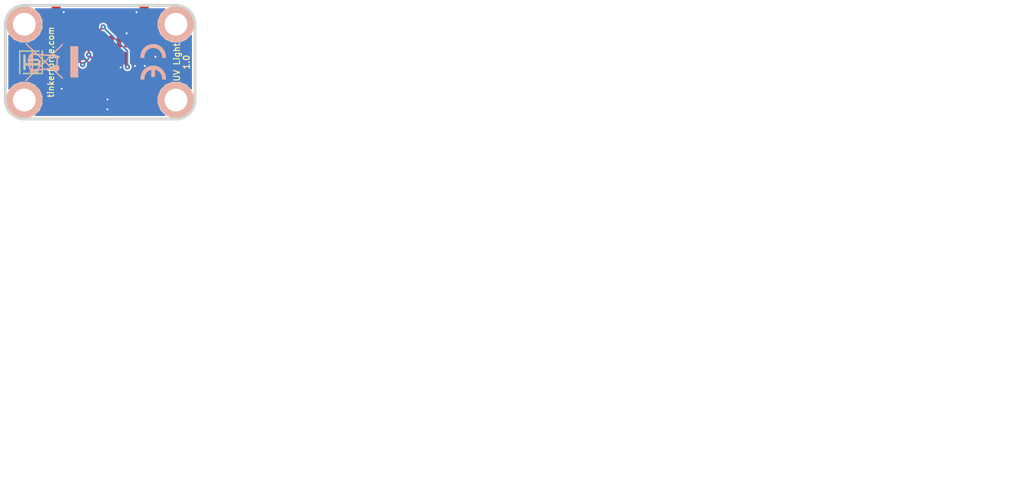
<source format=kicad_pcb>
(kicad_pcb (version 4) (host pcbnew 4.0.2+dfsg1-stable)
  (title_block (title "Ambient Light Bricklet") (date "Do 02 Apr 2015") (rev 2.0) (company Tinkerforge) (comment 1 "Licensed under CERN OHL v.1.1") (comment 2 "Copyright (©) 2015, B.Nordmeyer <bastian@tinkerforge.com>"))
  (layers (0 F.Cu signal) (31 B.Cu signal hide) (34 B.Paste user) (35 F.Paste user) (36 B.SilkS user) (37 F.SilkS user) (38 B.Mask user) (39 F.Mask user) (44 Edge.Cuts user))
  (net 0 "")
  (net 1 GND)
  (net 2 VCC)
  (net 3 SCL)
  (net 4 SDA)
  (net 5 "Net-(P1-Pad6)")
  (net 6 "Net-(P1-Pad7)")
  (net 7 "Net-(P1-Pad8)")
  (net 8 "Net-(P1-Pad9)")
  (net 9 "Net-(C2-Pad2)")
  (net 10 "Net-(R1-Pad1)")
  (net 11 "Net-(P1-Pad1)")
  (net 12 "Net-(P1-Pad10)")
  (net 13 "Net-(RP1-Pad6)")
  (net 14 "Net-(U1-Pad7)")
  (module kicad-libraries:R0603 (layer F.Cu) (at 138.925 99.35 90)
    (fp_text reference R2)
    (fp_text value 10)
    (pad 1 smd rect (at -0.8001 0 90) (size 0.8001 0.8001) (layers F.Cu F.Paste F.Mask) (net 9 "Net-(C2-Pad2)"))
    (pad 2 smd rect (at 0.8001 0 90) (size 0.8001 0.8001) (layers F.Cu F.Paste F.Mask) (net 2 VCC))
  )
  (module kicad-libraries:R0603 (layer F.Cu) (at 138.125 96.775 180)
    (fp_text reference R1)
    (fp_text value 270k)
    (pad 1 smd rect (at -0.8001 0 180) (size 0.8001 0.8001) (layers F.Cu F.Paste F.Mask) (net 10 "Net-(R1-Pad1)"))
    (pad 2 smd rect (at 0.8001 0 180) (size 0.8001 0.8001) (layers F.Cu F.Paste F.Mask) (net 1 GND))
  )
  (module kicad-libraries:C0603 (layer F.Cu) (at 141.825 100.225 180)
    (fp_text reference C3)
    (fp_text value 10µF)
    (pad 1 smd rect (at -0.8001 0 180) (size 0.8001 0.8001) (layers F.Cu F.Paste F.Mask) (net 1 GND))
    (pad 2 smd rect (at 0.8001 0 180) (size 0.8001 0.8001) (layers F.Cu F.Paste F.Mask) (net 9 "Net-(C2-Pad2)"))
  )
  (module kicad-libraries:C0603 (layer F.Cu) (at 141.825 98.925 180)
    (fp_text reference C2)
    (fp_text value 100nF)
    (pad 1 smd rect (at -0.8001 0 180) (size 0.8001 0.8001) (layers F.Cu F.Paste F.Mask) (net 1 GND))
    (pad 2 smd rect (at 0.8001 0 180) (size 0.8001 0.8001) (layers F.Cu F.Paste F.Mask) (net 9 "Net-(C2-Pad2)"))
  )
  (module kicad-libraries:C0603 (layer F.Cu) (at 149.7 94.8 270)
    (fp_text reference C1)
    (fp_text value 100nF)
    (pad 1 smd rect (at -0.8001 0 270) (size 0.8001 0.8001) (layers F.Cu F.Paste F.Mask) (net 1 GND))
    (pad 2 smd rect (at 0.8001 0 270) (size 0.8001 0.8001) (layers F.Cu F.Paste F.Mask) (net 2 VCC))
  )
  (module kicad-libraries:0603X4 (layer F.Cu) (at 138.2 94.25 90)
    (fp_text reference RP1)
    (fp_text value 2k2)
    (pad 1 smd rect (at 1.19888 -0.8509 90) (size 0.44958 0.89916) (layers F.Cu F.Paste F.Mask) (net 2 VCC))
    (pad 2 smd rect (at 0.39878 -0.8509 90) (size 0.44958 0.89916) (layers F.Cu F.Paste F.Mask) (net 2 VCC))
    (pad 3 smd rect (at -0.39878 -0.8509 90) (size 0.44958 0.89916) (layers F.Cu F.Paste F.Mask) (net 2 VCC))
    (pad 4 smd rect (at -1.19888 -0.8509 90) (size 0.44958 0.89916) (layers F.Cu F.Paste F.Mask) (net 2 VCC))
    (pad 5 smd rect (at -1.19888 0.8509 90) (size 0.44958 0.89916) (layers F.Cu F.Paste F.Mask) (net 8 "Net-(P1-Pad9)"))
    (pad 6 smd rect (at -0.39878 0.8509 90) (size 0.44958 0.89916) (layers F.Cu F.Paste F.Mask) (net 13 "Net-(RP1-Pad6)"))
    (pad 7 smd rect (at 0.39878 0.8509 90) (size 0.44958 0.89916) (layers F.Cu F.Paste F.Mask) (net 6 "Net-(P1-Pad7)"))
    (pad 8 smd rect (at 1.19888 0.8509 90) (size 0.44958 0.89916) (layers F.Cu F.Paste F.Mask) (net 7 "Net-(P1-Pad8)"))
  )
  (module kicad-libraries:Fiducial_Mark (layer F.Cu) (at 145.4 88)
    (fp_text reference Fiducial_Mark hide)
    (fp_text value VAL** hide)
    (pad 1 smd circle (at 0 0) (size 1.00076 1.00076) (layers F.Cu F.Paste F.Mask) (clearance 0.65024))
  )
  (module kicad-libraries:Fiducial_Mark (layer F.Cu) (at 136.9 100)
    (fp_text reference Fiducial_Mark hide)
    (fp_text value VAL** hide)
    (pad 1 smd circle (at 0 0) (size 1.00076 1.00076) (layers F.Cu F.Paste F.Mask) (clearance 0.65024))
  )
  (module kicad-libraries:CE_5mm (layer B.Cu) (at 149.4 94 270)
    (fp_text reference VAL hide)
    (fp_text value CE_5mm hide)
  )
  (module kicad-libraries:WEEE_7mm_back (layer B.Cu) (at 136 94 90)
    (fp_text reference VAL hide)
    (fp_text value WEEE_7mm_back hide)
  )
  (module kicad-libraries:Logo_31x31 (layer F.Cu) (at 131.7 95.6 90)
    (fp_text reference G*** hide)
    (fp_text value Logo_31x31 hide)
  )
  (module kicad-libraries:SOIC8 (layer F.Cu) (at 146.4 96.1 180)
    (fp_text reference U1)
    (fp_text value M24C64)
    (pad 1 smd rect (at -1.90246 2.69748) (size 0.59944 1.5494) (layers F.Cu F.Paste F.Mask) (net 1 GND))
    (pad 2 smd rect (at -0.63246 2.69748) (size 0.59944 1.5494) (layers F.Cu F.Paste F.Mask) (net 1 GND))
    (pad 3 smd rect (at 0.63246 2.69748) (size 0.59944 1.5494) (layers F.Cu F.Paste F.Mask) (net 5 "Net-(P1-Pad6)"))
    (pad 4 smd rect (at 1.90246 2.69748) (size 0.59944 1.5494) (layers F.Cu F.Paste F.Mask) (net 1 GND))
    (pad 5 smd rect (at 1.90246 -2.69748 180) (size 0.59944 1.5494) (layers F.Cu F.Paste F.Mask) (net 4 SDA))
    (pad 6 smd rect (at 0.63246 -2.69748 180) (size 0.59944 1.5494) (layers F.Cu F.Paste F.Mask) (net 3 SCL))
    (pad 7 smd rect (at -0.63246 -2.69748 180) (size 0.59944 1.5494) (layers F.Cu F.Paste F.Mask) (net 14 "Net-(U1-Pad7)"))
    (pad 8 smd rect (at -1.90246 -2.69748 180) (size 0.59944 1.5494) (layers F.Cu F.Paste F.Mask) (net 2 VCC))
  )
  (module kicad-libraries:DRILL_NP (layer F.Cu) (at 152.4 89)
    (fp_text reference U6 hide)
    (fp_text value DRILL hide)
    (pad "" np_thru_hole circle (at 0 0) (size 2.99974 2.99974) (drill 2.99974) (layers *.Cu *.Mask F.SilkS) (clearance 0.89916))
  )
  (module kicad-libraries:DRILL_NP (layer F.Cu) (at 132.4 99)
    (fp_text reference U5 hide)
    (fp_text value DRILL hide)
    (pad "" np_thru_hole circle (at 0 0) (size 2.99974 2.99974) (drill 2.99974) (layers *.Cu *.Mask F.SilkS) (clearance 0.89916))
  )
  (module kicad-libraries:DRILL_NP (layer F.Cu) (at 132.4 89)
    (fp_text reference U4 hide)
    (fp_text value DRILL hide)
    (pad "" np_thru_hole circle (at 0 0) (size 2.99974 2.99974) (drill 2.99974) (layers *.Cu *.Mask F.SilkS) (clearance 0.89916))
  )
  (module kicad-libraries:DRILL_NP (layer F.Cu) (at 152.4 99)
    (fp_text reference U3 hide)
    (fp_text value DRILL hide)
    (pad "" np_thru_hole circle (at 0 0) (size 2.99974 2.99974) (drill 2.99974) (layers *.Cu *.Mask F.SilkS) (clearance 0.89916))
  )
  (module kicad-libraries:CON-SENSOR (layer F.Cu) (at 142.4 86.5 180)
    (fp_text reference P1)
    (fp_text value CON-SENSOR)
    (pad 1 smd rect (at -4.50088 -4.7752 180) (size 0.59944 1.5494) (layers F.Cu F.Paste F.Mask) (net 11 "Net-(P1-Pad1)"))
    (pad 2 smd rect (at -3.50012 -4.7752 180) (size 0.59944 1.5494) (layers F.Cu F.Paste F.Mask) (net 1 GND))
    (pad 3 smd rect (at -2.49936 -4.7752 180) (size 0.59944 1.5494) (layers F.Cu F.Paste F.Mask) (net 2 VCC))
    (pad 4 smd rect (at -1.50114 -4.7752 180) (size 0.59944 1.5494) (layers F.Cu F.Paste F.Mask) (net 3 SCL))
    (pad 5 smd rect (at -0.50038 -4.7752 180) (size 0.59944 1.5494) (layers F.Cu F.Paste F.Mask) (net 4 SDA))
    (pad 6 smd rect (at 0.50038 -4.7752 180) (size 0.59944 1.5494) (layers F.Cu F.Paste F.Mask) (net 5 "Net-(P1-Pad6)"))
    (pad 7 smd rect (at 1.50114 -4.7752 180) (size 0.59944 1.5494) (layers F.Cu F.Paste F.Mask) (net 6 "Net-(P1-Pad7)"))
    (pad 8 smd rect (at 2.49936 -4.7752 180) (size 0.59944 1.5494) (layers F.Cu F.Paste F.Mask) (net 7 "Net-(P1-Pad8)"))
    (pad 9 smd rect (at 3.50012 -4.7752 180) (size 0.59944 1.5494) (layers F.Cu F.Paste F.Mask) (net 8 "Net-(P1-Pad9)"))
    (pad 10 smd rect (at 4.50088 -4.7752 180) (size 0.59944 1.5494) (layers F.Cu F.Paste F.Mask) (net 12 "Net-(P1-Pad10)"))
    (pad EP smd rect (at -5.79882 -0.89916 180) (size 1.19888 1.80086) (layers F.Cu F.Paste F.Mask) (net 1 GND))
    (pad EP smd rect (at 5.79882 -0.89916 180) (size 1.19888 1.80086) (layers F.Cu F.Paste F.Mask) (net 1 GND))
  )
  (module kicad-libraries:OPLGA6 (layer F.Cu) (at 141.8 97.1 180)
    (fp_text reference U2)
    (fp_text value VEML6070)
    (pad 1 smd rect (at -1.2 -0.6 180) (size 1.4 0.4) (layers F.Cu F.Paste F.Mask) (net 1 GND))
    (pad 2 smd rect (at -1.2 0 180) (size 1.4 0.4) (layers F.Cu F.Paste F.Mask) (net 6 "Net-(P1-Pad7)"))
    (pad 3 smd rect (at -1.2 0.6 180) (size 1.4 0.4) (layers F.Cu F.Paste F.Mask) (net 7 "Net-(P1-Pad8)"))
    (pad 4 smd rect (at 1.2 0.6 180) (size 1.4 0.4) (layers F.Cu F.Paste F.Mask) (net 10 "Net-(R1-Pad1)"))
    (pad 5 smd rect (at 1.2 0 180) (size 1.4 0.4) (layers F.Cu F.Paste F.Mask) (net 8 "Net-(P1-Pad9)"))
    (pad 6 smd rect (at 1.2 -0.6 180) (size 1.4 0.4) (layers F.Cu F.Paste F.Mask) (net 9 "Net-(C2-Pad2)"))
  )
  (gr_text "UV Light\n1.0" (at 153.15 94 90) (layer F.SilkS) (effects (font (size 0.8 0.8))))
  (gr_text tinkerforge.com (at 135.9 94 90) (layer F.SilkS) (effects (font (size 0.8 0.8))))
  (gr_line (start 132.4 101.5) (end 152.4 101.5) (angle 90) (layer Edge.Cuts) (width 0.381))
  (gr_line (start 129.9 89) (end 129.9 99) (angle 90) (layer Edge.Cuts) (width 0.381))
  (gr_line (start 152.4 86.5) (end 132.4 86.5) (angle 90) (layer Edge.Cuts) (width 0.381))
  (gr_line (start 154.9 99) (end 154.9 89) (angle 90) (layer Edge.Cuts) (width 0.381))
  (gr_arc (start 152.4 99) (end 154.9 99) (angle 90) (layer Edge.Cuts) (width 0.381))
  (gr_arc (start 132.4 99) (end 132.4 101.5) (angle 90) (layer Edge.Cuts) (width 0.381))
  (gr_arc (start 132.4 89) (end 129.9 89) (angle 90) (layer Edge.Cuts) (width 0.381))
  (gr_arc (start 152.4 89) (end 152.4 86.5) (angle 90) (layer Edge.Cuts) (width 0.381))
  (segment (start 137.3249 96.775) (end 137.3249 97.4999) (width 0.25) (layer F.Cu) (net 1))
  (via (at 137.325 97.5) (size 0.7) (layers F.Cu B.Cu) (net 1))
  (segment (start 137.3249 97.4999) (end 137.325 97.5) (width 0.25) (layer F.Cu) (net 1))
  (segment (start 142.6251 100.225) (end 143.35 100.225) (width 0.25) (layer F.Cu) (net 1))
  (via (at 143.35 100.225) (size 0.7) (layers F.Cu B.Cu) (net 1))
  (segment (start 142.6251 98.925) (end 143.375 98.925) (width 0.25) (layer F.Cu) (net 1))
  (via (at 143.375 98.925) (size 0.7) (layers F.Cu B.Cu) (net 1))
  (segment (start 142.6251 100.225) (end 142.6251 98.925) (width 0.25) (layer F.Cu) (net 1))
  (segment (start 142.6251 98.925) (end 142.6251 98.0749) (width 0.25) (layer F.Cu) (net 1))
  (segment (start 142.6251 98.0749) (end 143 97.7) (width 0.25) (layer F.Cu) (net 1))
  (segment (start 147.2 87.4) (end 137.6 87.4) (width 0.25) (layer B.Cu) (net 1))
  (segment (start 137.59916 87.39916) (end 136.60118 87.39916) (width 0.25) (layer F.Cu) (net 1))
  (segment (start 137.6 87.4) (end 137.59916 87.39916) (width 0.25) (layer F.Cu) (net 1))
  (via (at 137.6 87.4) (size 0.7) (layers F.Cu B.Cu) (net 1))
  (segment (start 145.9 90.2) (end 145.9 88.7) (width 0.25) (layer B.Cu) (net 1))
  (segment (start 147.20084 87.39916) (end 148.19882 87.39916) (width 0.25) (layer F.Cu) (net 1))
  (segment (start 147.2 87.4) (end 147.20084 87.39916) (width 0.25) (layer F.Cu) (net 1))
  (via (at 147.2 87.4) (size 0.7) (layers F.Cu B.Cu) (net 1))
  (segment (start 145.9 88.7) (end 147.2 87.4) (width 0.25) (layer B.Cu) (net 1))
  (segment (start 149.7 93.3) (end 149 93.3) (width 0.25) (layer B.Cu) (net 1))
  (segment (start 145.90012 90.20012) (end 145.9 90.2) (width 0.25) (layer F.Cu) (net 1))
  (via (at 145.9 90.2) (size 0.7) (layers F.Cu B.Cu) (net 1))
  (segment (start 145.90012 90.20012) (end 145.90012 91.2752) (width 0.25) (layer F.Cu) (net 1))
  (segment (start 149 93.3) (end 145.9 90.2) (width 0.25) (layer B.Cu) (net 1))
  (segment (start 147 94.5) (end 147 95.2) (width 0.25) (layer B.Cu) (net 1))
  (segment (start 145.8 95.4) (end 145.1 94.7) (width 0.25) (layer B.Cu) (net 1))
  (segment (start 146.8 95.4) (end 145.8 95.4) (width 0.25) (layer B.Cu) (net 1))
  (segment (start 147 95.2) (end 146.8 95.4) (width 0.25) (layer B.Cu) (net 1))
  (segment (start 148.3 94.5) (end 147 94.5) (width 0.25) (layer B.Cu) (net 1))
  (segment (start 147.03246 94.46754) (end 147 94.5) (width 0.25) (layer F.Cu) (net 1))
  (via (at 147 94.5) (size 0.7) (layers F.Cu B.Cu) (net 1))
  (segment (start 147.03246 94.46754) (end 147.03246 93.40252) (width 0.25) (layer F.Cu) (net 1))
  (segment (start 149.7 93.3) (end 149.5 93.3) (width 0.25) (layer B.Cu) (net 1))
  (via (at 149.7 93.3) (size 0.7) (layers F.Cu B.Cu) (net 1))
  (segment (start 149.7 93.9999) (end 149.7 93.3) (width 0.25) (layer F.Cu) (net 1))
  (segment (start 148.30246 94.49754) (end 148.3 94.5) (width 0.25) (layer F.Cu) (net 1))
  (via (at 148.3 94.5) (size 0.7) (layers F.Cu B.Cu) (net 1))
  (segment (start 148.30246 94.49754) (end 148.30246 93.40252) (width 0.25) (layer F.Cu) (net 1))
  (segment (start 149.5 93.3) (end 148.3 94.5) (width 0.25) (layer B.Cu) (net 1))
  (segment (start 144.49754 93.40252) (end 144.49754 94.09754) (width 0.25) (layer F.Cu) (net 1))
  (segment (start 144.49754 94.09754) (end 145.1 94.7) (width 0.25) (layer F.Cu) (net 1))
  (via (at 145.1 94.7) (size 0.7) (layers F.Cu B.Cu) (net 1))
  (segment (start 137.3491 95.44888) (end 136.59888 95.44888) (width 0.25) (layer F.Cu) (net 2))
  (segment (start 136.59888 95.44888) (end 136.35 95.2) (width 0.25) (layer F.Cu) (net 2))
  (segment (start 137.3491 94.64878) (end 136.64878 94.64878) (width 0.25) (layer F.Cu) (net 2))
  (segment (start 136.64878 94.64878) (end 136.35 94.35) (width 0.25) (layer F.Cu) (net 2))
  (segment (start 137.3491 93.85122) (end 136.72622 93.85122) (width 0.25) (layer F.Cu) (net 2))
  (segment (start 136.72622 93.85122) (end 136.35 93.475) (width 0.25) (layer F.Cu) (net 2))
  (segment (start 137.3491 93.05112) (end 136.85112 93.05112) (width 0.25) (layer F.Cu) (net 2))
  (segment (start 136.85112 93.05112) (end 136.35 92.55) (width 0.25) (layer F.Cu) (net 2))
  (segment (start 138.925 98.5499) (end 137.2499 98.5499) (width 0.25) (layer F.Cu) (net 2))
  (segment (start 143.1 88.4) (end 144.9 90.2) (width 0.25) (layer F.Cu) (net 2))
  (segment (start 138.775 88.4) (end 143.1 88.4) (width 0.25) (layer F.Cu) (net 2))
  (segment (start 136.35 90.825) (end 138.775 88.4) (width 0.25) (layer F.Cu) (net 2))
  (segment (start 136.35 97.65) (end 136.35 95.2) (width 0.25) (layer F.Cu) (net 2))
  (segment (start 136.35 95.2) (end 136.35 94.35) (width 0.25) (layer F.Cu) (net 2))
  (segment (start 136.35 94.35) (end 136.35 93.475) (width 0.25) (layer F.Cu) (net 2))
  (segment (start 136.35 93.475) (end 136.35 92.55) (width 0.25) (layer F.Cu) (net 2))
  (segment (start 136.35 92.55) (end 136.35 90.825) (width 0.25) (layer F.Cu) (net 2))
  (segment (start 137.2499 98.5499) (end 136.35 97.65) (width 0.25) (layer F.Cu) (net 2))
  (segment (start 150.8 95.2) (end 150.8 92.6) (width 0.25) (layer F.Cu) (net 2))
  (segment (start 150.8 92.6) (end 147.7 89.5) (width 0.25) (layer F.Cu) (net 2))
  (segment (start 147.7 89.5) (end 145.6 89.5) (width 0.25) (layer F.Cu) (net 2))
  (segment (start 145.6 89.5) (end 145.05 90.05) (width 0.25) (layer F.Cu) (net 2))
  (segment (start 149.7 95.6001) (end 150.3999 95.6001) (width 0.25) (layer F.Cu) (net 2))
  (segment (start 150.3999 95.6001) (end 150.8 95.2) (width 0.25) (layer F.Cu) (net 2))
  (segment (start 144.89936 91.2752) (end 144.89936 90.20064) (width 0.25) (layer F.Cu) (net 2))
  (segment (start 145.05 90.05) (end 144.9 90.2) (width 0.25) (layer F.Cu) (net 2))
  (segment (start 144.89936 90.20064) (end 144.9 90.2) (width 0.25) (layer F.Cu) (net 2))
  (segment (start 148.30246 98.79748) (end 148.30246 97.79754) (width 0.25) (layer F.Cu) (net 2))
  (segment (start 149.7 96.4) (end 149.7 95.6001) (width 0.25) (layer F.Cu) (net 2))
  (segment (start 148.30246 97.79754) (end 149.7 96.4) (width 0.25) (layer F.Cu) (net 2))
  (segment (start 143.90114 91.2752) (end 143.90114 92.19886) (width 0.25) (layer F.Cu) (net 3))
  (segment (start 145.76754 96.36754) (end 145.76754 98.79748) (width 0.25) (layer F.Cu) (net 3))
  (segment (start 143.5 94.1) (end 145.76754 96.36754) (width 0.25) (layer F.Cu) (net 3))
  (segment (start 143.5 92.6) (end 143.5 94.1) (width 0.25) (layer F.Cu) (net 3))
  (segment (start 143.90114 92.19886) (end 143.5 92.6) (width 0.25) (layer F.Cu) (net 3))
  (segment (start 144.49754 98.79748) (end 144.49754 97.85246) (width 0.25) (layer F.Cu) (net 4))
  (segment (start 144.95 96.35) (end 142.90038 94.30038) (width 0.25) (layer F.Cu) (net 4))
  (segment (start 144.95 97.4) (end 144.95 96.35) (width 0.25) (layer F.Cu) (net 4))
  (segment (start 144.49754 97.85246) (end 144.95 97.4) (width 0.25) (layer F.Cu) (net 4))
  (segment (start 142.90038 94.30038) (end 142.90038 91.2752) (width 0.25) (layer F.Cu) (net 4))
  (segment (start 141.89962 91.2752) (end 141.89962 90.25038) (width 0.25) (layer F.Cu) (net 5))
  (segment (start 145.76754 94.39254) (end 145.76754 93.40252) (width 0.25) (layer F.Cu) (net 5))
  (segment (start 146 94.625) (end 145.76754 94.39254) (width 0.25) (layer F.Cu) (net 5))
  (via (at 146 94.625) (size 0.7) (layers F.Cu B.Cu) (net 5))
  (segment (start 146 92.55) (end 146 94.625) (width 0.25) (layer B.Cu) (net 5))
  (segment (start 142.8 89.35) (end 146 92.55) (width 0.25) (layer B.Cu) (net 5))
  (via (at 142.8 89.35) (size 0.7) (layers F.Cu B.Cu) (net 5))
  (segment (start 141.89962 90.25038) (end 142.8 89.35) (width 0.25) (layer F.Cu) (net 5))
  (segment (start 139.0509 93.85122) (end 139.62622 93.85122) (width 0.25) (layer F.Cu) (net 6))
  (segment (start 140.9 93.025) (end 140.89886 93.025) (width 0.25) (layer F.Cu) (net 6))
  (via (at 140.9 93.025) (size 0.7) (layers F.Cu B.Cu) (net 6))
  (segment (start 140.9 93.525) (end 140.9 93.025) (width 0.25) (layer B.Cu) (net 6))
  (segment (start 140.1 94.325) (end 140.9 93.525) (width 0.25) (layer B.Cu) (net 6))
  (via (at 140.1 94.325) (size 0.7) (layers F.Cu B.Cu) (net 6))
  (segment (start 139.62622 93.85122) (end 140.1 94.325) (width 0.25) (layer F.Cu) (net 6))
  (segment (start 143 97.1) (end 143.85 97.1) (width 0.25) (layer F.Cu) (net 6))
  (segment (start 140.89886 93.02386) (end 140.89886 93.025) (width 0.25) (layer F.Cu) (net 6))
  (segment (start 140.89886 93.025) (end 140.89886 91.2752) (width 0.25) (layer F.Cu) (net 6))
  (segment (start 144.194301 96.319301) (end 140.89886 93.02386) (width 0.25) (layer F.Cu) (net 6))
  (segment (start 144.194301 96.755699) (end 144.194301 96.319301) (width 0.25) (layer F.Cu) (net 6))
  (segment (start 143.85 97.1) (end 144.194301 96.755699) (width 0.25) (layer F.Cu) (net 6))
  (segment (start 140.89886 91.2752) (end 140.89886 91.90114) (width 0.25) (layer F.Cu) (net 6))
  (segment (start 139.9 93.1) (end 139.09978 93.1) (width 0.25) (layer F.Cu) (net 7))
  (segment (start 139.09978 93.1) (end 139.0509 93.05112) (width 0.25) (layer F.Cu) (net 7))
  (segment (start 143 96.5) (end 142.425 96.5) (width 0.25) (layer F.Cu) (net 7))
  (segment (start 142.425 96.5) (end 142.225 96.3) (width 0.25) (layer F.Cu) (net 7))
  (segment (start 142.225 96.3) (end 142.225 95.425) (width 0.25) (layer F.Cu) (net 7))
  (segment (start 142.225 95.425) (end 139.9 93.1) (width 0.25) (layer F.Cu) (net 7))
  (segment (start 139.9 93.1) (end 139.90064 93.10064) (width 0.25) (layer F.Cu) (net 7))
  (segment (start 139.90064 93.10064) (end 139.90064 91.2752) (width 0.25) (layer F.Cu) (net 7))
  (segment (start 139.90064 91.2752) (end 139.90064 91.89936) (width 0.25) (layer F.Cu) (net 7))
  (segment (start 139.0509 95.44888) (end 138.49888 95.44888) (width 0.25) (layer F.Cu) (net 8))
  (segment (start 138.2 92.675) (end 138.89988 91.97512) (width 0.25) (layer F.Cu) (net 8))
  (segment (start 138.2 95.15) (end 138.2 92.675) (width 0.25) (layer F.Cu) (net 8))
  (segment (start 138.49888 95.44888) (end 138.2 95.15) (width 0.25) (layer F.Cu) (net 8))
  (segment (start 138.89988 91.97512) (end 138.89988 91.2752) (width 0.25) (layer F.Cu) (net 8))
  (segment (start 140.225 95.575) (end 139.675 95.575) (width 0.25) (layer F.Cu) (net 8))
  (segment (start 139.54888 95.44888) (end 139.0509 95.44888) (width 0.25) (layer F.Cu) (net 8))
  (segment (start 139.675 95.575) (end 139.54888 95.44888) (width 0.25) (layer F.Cu) (net 8))
  (segment (start 140.6 97.1) (end 141.5 97.1) (width 0.25) (layer F.Cu) (net 8))
  (segment (start 141.35 95.575) (end 140.225 95.575) (width 0.25) (layer F.Cu) (net 8))
  (segment (start 140.225 95.575) (end 140.2 95.575) (width 0.25) (layer F.Cu) (net 8))
  (segment (start 141.725 95.95) (end 141.35 95.575) (width 0.25) (layer F.Cu) (net 8))
  (segment (start 141.725 96.875) (end 141.725 95.95) (width 0.25) (layer F.Cu) (net 8))
  (segment (start 141.5 97.1) (end 141.725 96.875) (width 0.25) (layer F.Cu) (net 8))
  (segment (start 141.0249 100.225) (end 138.9999 100.225) (width 0.25) (layer F.Cu) (net 9))
  (segment (start 138.9999 100.225) (end 138.925 100.1501) (width 0.25) (layer F.Cu) (net 9))
  (segment (start 141.0249 100.225) (end 141.0249 98.925) (width 0.25) (layer F.Cu) (net 9))
  (segment (start 141.0249 98.925) (end 141.0249 98.1249) (width 0.25) (layer F.Cu) (net 9))
  (segment (start 141.0249 98.1249) (end 140.6 97.7) (width 0.25) (layer F.Cu) (net 9))
  (segment (start 140.6 96.5) (end 139.2001 96.5) (width 0.25) (layer F.Cu) (net 10))
  (segment (start 139.2001 96.5) (end 138.9251 96.775) (width 0.25) (layer F.Cu) (net 10))
  (zone (net 1) (net_name GND) (layer B.Cu) (connect_pads (clearance 0.2)) (min_thickness 0.15) (fill yes (arc_segments 16) (thermal_gap 0) (thermal_bridge_width 0.2))
    (polygon (pts (xy 129.9 86.5) (xy 154.9 86.5) (xy 154.9 101.5) (xy 129.9 101.5)))
  )
)
</source>
